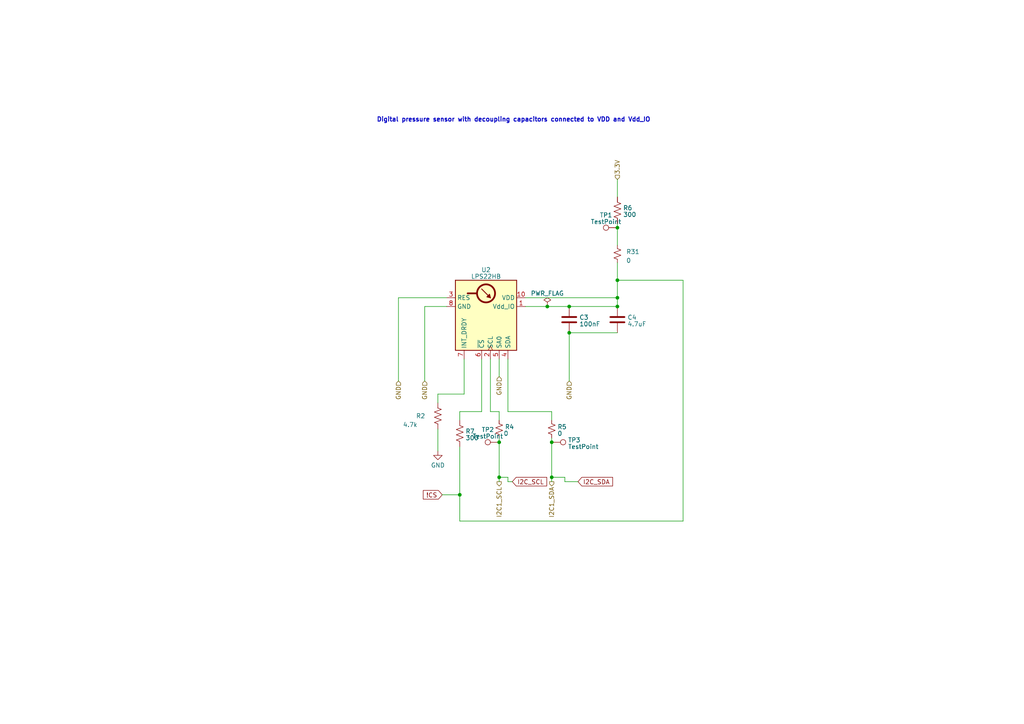
<source format=kicad_sch>
(kicad_sch (version 20230121) (generator eeschema)
  (paper "A4")
  (title_block (title "Pressure Sensor") (date "2023-04-13") (rev "v0.21") (company "University of Cape Town") (comment 4 "Author: Joachim Gengan"))
  (lib_symbols
    (symbol "Connector:TestPoint" (pin_numbers hide) (pin_names (offset 0.762) hide)
      (property "Reference" "TP" (at 0 6.858 0))
      (property "Value" "TestPoint" (at 0 5.08 0))
      (symbol "TestPoint_0_1"
        (circle (center 0 3.302) (radius 0.762))
      )
      (symbol "TestPoint_1_1"
        (pin passive line (at 0 0 90) (length 2.54) (name "1") (number "1"))
      )
    )
    (symbol "Device:C" (pin_numbers hide) (pin_names (offset 0.254))
      (property "Reference" "C" (at 0.635 2.54 0))
      (property "Value" "C" (at 0.635 -2.54 0))
      (symbol "C_0_1"
        (polyline (pts (xy -2.032 -0.762) (xy 2.032 -0.762)) (stroke (width 0.508)))
        (polyline (pts (xy -2.032 0.762) (xy 2.032 0.762)) (stroke (width 0.508)))
      )
      (symbol "C_1_1"
        (pin passive line (at 0 3.81 270) (length 2.794) (name "~") (number "1"))
        (pin passive line (at 0 -3.81 90) (length 2.794) (name "~") (number "2"))
      )
    )
    (symbol "Device:R_Small_US" (pin_numbers hide) (pin_names (offset 0.254) hide)
      (property "Reference" "R" (at 0.762 0.508 0))
      (property "Value" "R_Small_US" (at 0.762 -1.016 0))
      (symbol "R_Small_US_1_1"
        (polyline (pts (xy 0 0) (xy 1.016 -0.381) (xy 0 -0.762) (xy -1.016 -1.143) (xy 0 -1.524)))
        (polyline (pts (xy 0 1.524) (xy 1.016 1.143) (xy 0 0.762) (xy -1.016 0.381) (xy 0 0)))
        (pin passive line (at 0 2.54 270) (length 1.016) (name "~") (number "1"))
        (pin passive line (at 0 -2.54 90) (length 1.016) (name "~") (number "2"))
      )
    )
    (symbol "Device:R_US" (pin_numbers hide) (pin_names (offset 0))
      (property "Reference" "R" (at 2.54 0 90))
      (property "Value" "R_US" (at -2.54 0 90))
      (symbol "R_US_0_1"
        (polyline (pts (xy 0 -2.286) (xy 0 -2.54)))
        (polyline (pts (xy 0 2.286) (xy 0 2.54)))
        (polyline (pts (xy 0 -0.762) (xy 1.016 -1.143) (xy 0 -1.524) (xy -1.016 -1.905) (xy 0 -2.286)))
        (polyline (pts (xy 0 0.762) (xy 1.016 0.381) (xy 0 0) (xy -1.016 -0.381) (xy 0 -0.762)))
        (polyline (pts (xy 0 2.286) (xy 1.016 1.905) (xy 0 1.524) (xy -1.016 1.143) (xy 0 0.762)))
      )
      (symbol "R_US_1_1"
        (pin passive line (at 0 3.81 270) (length 1.27) (name "~") (number "1"))
        (pin passive line (at 0 -3.81 90) (length 1.27) (name "~") (number "2"))
      )
    )
    (symbol "Sensor_Pressure:LPS22HB"
      (property "Reference" "U" (at -11.43 1.27 0))
      (property "Value" "LPS22HB" (at -11.43 -1.27 0))
      (symbol "LPS22HB_0_1"
        (rectangle (start -10.16 10.16) (end 10.16 -7.62) (stroke (width 0.254)) (fill (type background)))
        (circle (center -6.35 1.27) (radius 2.6162) (stroke (width 0.508)))
        (polyline (pts (xy -7.62 0) (xy -5.08 2.54)) (stroke (width 0.254)))
        (polyline (pts (xy -6.35 -1.524) (xy -6.35 -4.064)) (stroke (width 0.508)))
        (polyline (pts (xy -5.08 2.54) (xy -5.334 1.524) (xy -6.096 2.286) (xy -5.08 2.54)) (stroke (width 0.254)) (fill (type outline)))
      )
      (symbol "LPS22HB_1_1"
        (pin power_in line (at -2.54 12.7 270) (length 2.54) (name "Vdd_IO") (number "1"))
        (pin power_in line (at -5.08 12.7 270) (length 2.54) (name "VDD") (number "10"))
        (pin input clock (at 12.7 2.54 180) (length 2.54) (name "SCL") (number "2"))
        (pin passive line (at -5.08 -10.16 90) (length 2.54) (name "RES") (number "3"))
        (pin bidirectional line (at 12.7 7.62 180) (length 2.54) (name "SDA") (number "4"))
        (pin input line (at 12.7 5.08 180) (length 2.54) (name "SA0") (number "5"))
        (pin input line (at 12.7 0 180) (length 2.54) (name "~{CS}") (number "6"))
        (pin output line (at 12.7 -5.08 180) (length 2.54) (name "INT_DRDY") (number "7"))
        (pin power_in line (at -2.54 -10.16 90) (length 2.54) (name "GND") (number "8"))
        (pin passive line (at -2.54 -10.16 90) (length 2.54) hide (name "GND") (number "9"))
      )
    )
    (symbol "power:GND" (power) (pin_names (offset 0))
      (property "Value" "GND" (at 0 -3.81 0))
      (symbol "GND_0_1"
        (polyline (pts (xy 0 0) (xy 0 -1.27) (xy 1.27 -1.27) (xy 0 -2.54) (xy -1.27 -1.27) (xy 0 -1.27)))
      )
      (symbol "GND_1_1"
        (pin power_in line (at 0 0 270) (length 0) hide (name "GND") (number "1"))
      )
    )
    (symbol "power:PWR_FLAG" (power) (pin_numbers hide) (pin_names (offset 0) hide)
      (property "Value" "PWR_FLAG" (at 0 3.81 0))
      (symbol "PWR_FLAG_0_0"
        (pin power_out line (at 0 0 90) (length 0) (name "pwr") (number "1"))
      )
      (symbol "PWR_FLAG_0_1"
        (polyline (pts (xy 0 0) (xy 0 1.27) (xy -1.016 1.905) (xy 0 2.54) (xy 1.016 1.905) (xy 0 1.27)))
      )
    )
  )
  (junction (at 160.02 138.43))
  (junction (at 165.1 88.9))
  (junction (at 144.78 128.27))
  (junction (at 133.35 143.51))
  (junction (at 179.07 88.9))
  (junction (at 179.07 66.04))
  (junction (at 144.78 138.43))
  (junction (at 179.07 86.36))
  (junction (at 158.75 88.9))
  (junction (at 179.07 81.28))
  (junction (at 160.02 128.27))
  (junction (at 165.1 96.52))
  (wire (pts (xy 165.1 96.52) (xy 165.1 110.49)))
  (wire (pts (xy 129.54 88.9) (xy 123.19 88.9)))
  (wire (pts (xy 198.12 81.28) (xy 198.12 151.13)))
  (wire (pts (xy 152.4 88.9) (xy 158.75 88.9)))
  (wire (pts (xy 127 124.46) (xy 127 130.81)))
  (wire (pts (xy 160.02 127) (xy 160.02 128.27)))
  (wire (pts (xy 128.27 143.51) (xy 133.35 143.51)))
  (wire (pts (xy 123.19 88.9) (xy 123.19 110.49)))
  (wire (pts (xy 179.07 66.04) (xy 179.07 71.12)))
  (wire (pts (xy 179.07 52.07) (xy 179.07 57.15)))
  (wire (pts (xy 147.32 104.14) (xy 147.32 119.38)))
  (wire (pts (xy 133.35 119.38) (xy 139.7 119.38)))
  (wire (pts (xy 165.1 88.9) (xy 179.07 88.9)))
  (wire (pts (xy 144.78 138.43) (xy 147.32 138.43)))
  (wire (pts (xy 139.7 104.14) (xy 139.7 119.38)))
  (wire (pts (xy 152.4 86.36) (xy 179.07 86.36)))
  (wire (pts (xy 158.75 88.9) (xy 165.1 88.9)))
  (wire (pts (xy 160.02 138.43) (xy 163.83 138.43)))
  (wire (pts (xy 133.35 129.54) (xy 133.35 143.51)))
  (wire (pts (xy 133.35 143.51) (xy 133.35 151.13)))
  (wire (pts (xy 129.54 86.36) (xy 115.57 86.36)))
  (wire (pts (xy 144.78 127) (xy 144.78 128.27)))
  (wire (pts (xy 179.07 76.2) (xy 179.07 81.28)))
  (wire (pts (xy 179.07 81.28) (xy 198.12 81.28)))
  (wire (pts (xy 160.02 128.27) (xy 160.02 138.43)))
  (wire (pts (xy 147.32 139.7) (xy 148.59 139.7)))
  (wire (pts (xy 133.35 151.13) (xy 198.12 151.13)))
  (wire (pts (xy 127 114.3) (xy 134.62 114.3)))
  (wire (pts (xy 147.32 119.38) (xy 160.02 119.38)))
  (wire (pts (xy 115.57 86.36) (xy 115.57 110.49)))
  (wire (pts (xy 144.78 138.43) (xy 144.78 139.7)))
  (wire (pts (xy 144.78 128.27) (xy 144.78 138.43)))
  (wire (pts (xy 144.78 104.14) (xy 144.78 109.22)))
  (wire (pts (xy 142.24 104.14) (xy 142.24 119.38)))
  (wire (pts (xy 127 116.84) (xy 127 114.3)))
  (wire (pts (xy 133.35 119.38) (xy 133.35 121.92)))
  (wire (pts (xy 134.62 104.14) (xy 134.62 114.3)))
  (wire (pts (xy 179.07 81.28) (xy 179.07 86.36)))
  (wire (pts (xy 147.32 138.43) (xy 147.32 139.7)))
  (wire (pts (xy 163.83 139.7) (xy 167.64 139.7)))
  (wire (pts (xy 160.02 119.38) (xy 160.02 121.92)))
  (wire (pts (xy 179.07 64.77) (xy 179.07 66.04)))
  (wire (pts (xy 144.78 119.38) (xy 144.78 121.92)))
  (wire (pts (xy 165.1 96.52) (xy 179.07 96.52)))
  (wire (pts (xy 142.24 119.38) (xy 144.78 119.38)))
  (wire (pts (xy 179.07 86.36) (xy 179.07 88.9)))
  (wire (pts (xy 163.83 138.43) (xy 163.83 139.7)))
  (wire (pts (xy 160.02 138.43) (xy 160.02 139.7)))
  (text "Digital pressure sensor with decoupling capacitors connected to VDD and Vdd_IO\n" (at 109.22 35.56 0) (effects (font (size 1.27 1.27) (thickness 0.254) bold) (justify left bottom)))
  (global_label "!CS" (shape input) (at 128.27 143.51 180) (property "Intersheetrefs" "${INTERSHEET_REFS}" (effects hide)))
  (global_label "I2C_SCL" (shape input) (at 148.59 139.7 0) (property "Intersheetrefs" "${INTERSHEET_REFS}" (effects hide)))
  (global_label "I2C_SDA" (shape input) (at 167.64 139.7 0) (property "Intersheetrefs" "${INTERSHEET_REFS}" (effects hide)))
  (hierarchical_label "GND" (shape input) (at 144.78 109.22 270))
  (hierarchical_label "I2C1_SDA" (shape output) (at 160.02 139.7 270))
  (hierarchical_label "GND" (shape input) (at 115.57 110.49 270))
  (hierarchical_label "GND" (shape input) (at 123.19 110.49 270))
  (hierarchical_label "3.3V" (shape input) (at 179.07 52.07 90))
  (hierarchical_label "GND" (shape input) (at 165.1 110.49 270))
  (hierarchical_label "I2C1_SCL" (shape output) (at 144.78 139.7 270))
  (symbol (lib_id "Device:C") (at 179.07 92.71 0) (unit 1)
    (property "Reference" "C4" (at 181.991 92.0663 0) (effects (justify left)))
    (property "Value" "4.7uF" (at 181.991 93.9873 0) (effects (justify left)))
    (property "Footprint" "Capacitor_SMD:C_1206_3216Metric" (effects hide))
    (property "Cost Per unit" "U$0.0339" (effects hide))
    (property "JLC Part Number" "C29823" (effects hide))
    (property "Component Name" "Capacitor" (effects hide))
    (property "Cost per Board" "U$0.0339" (effects hide))
    (property "Five Board Cost" "U$0.1695" (effects hide))
    (property "LCSC" "C29823" (effects hide))
  )
  (symbol (lib_id "Device:R_Small_US") (at 144.78 124.46 0) (unit 1)
    (property "Reference" "R4" (at 146.431 123.8163 0) (effects (justify left)))
    (property "Value" "0" (at 146.05 125.73 0) (effects (justify left)))
    (property "Footprint" "Resistor_SMD:R_1206_3216Metric" (effects hide))
    (property "Cost Per unit" "U$0.0030" (effects hide))
    (property "JLC Part Number" "NA" (effects hide))
    (property "Component Name" "Resistor" (effects hide))
    (property "Cost per Board" "U$0.021" (effects hide))
    (property "Five Board Cost" "U$0.105" (effects hide))
    (property "LCSC" "C17888" (effects hide))
  )
  (symbol (lib_id "Device:R_Small_US") (at 160.02 124.46 0) (unit 1)
    (property "Reference" "R5" (at 161.671 123.8163 0) (effects (justify left)))
    (property "Value" "0" (at 161.671 125.7373 0) (effects (justify left)))
    (property "Footprint" "Resistor_SMD:R_1206_3216Metric" (effects hide))
    (property "Cost Per unit" "U$0.0030" (effects hide))
    (property "JLC Part Number" "NA" (effects hide))
    (property "Component Name" "Resistor" (effects hide))
    (property "Cost per Board" "U$0.021" (effects hide))
    (property "Five Board Cost" "U$0.105" (effects hide))
    (property "LCSC" "C17888" (effects hide))
  )
  (symbol (lib_id "Device:C") (at 165.1 92.71 0) (unit 1)
    (property "Reference" "C3" (at 168.021 92.0663 0) (effects (justify left)))
    (property "Value" "100nF" (at 168.021 93.9873 0) (effects (justify left)))
    (property "Footprint" "Capacitor_SMD:C_1206_3216Metric" (effects hide))
    (property "Cost Per unit" "U$0.0138" (effects hide))
    (property "JLC Part Number" "C24497" (effects hide))
    (property "Component Name" "Capacitor" (effects hide))
    (property "Cost per Board" "U$0.0138" (effects hide))
    (property "Five Board Cost" "U$0.069" (effects hide))
    (property "LCSC" "C24497" (effects hide))
  )
  (symbol (lib_id "Connector:TestPoint") (at 179.07 66.04 90) (unit 1)
    (property "Reference" "TP1" (at 175.768 62.3951 90))
    (property "Value" "TestPoint" (at 175.768 64.3161 90))
    (property "Footprint" "TestPoint:TestPoint_Pad_D1.5mm" (effects hide))
  )
  (symbol (lib_id "Connector:TestPoint") (at 160.02 128.27 270) (unit 1)
    (property "Reference" "TP3" (at 164.719 127.6263 90) (effects (justify left)))
    (property "Value" "TestPoint" (at 164.719 129.5473 90) (effects (justify left)))
    (property "Footprint" "TestPoint:TestPoint_Pad_D1.5mm" (effects hide))
  )
  (symbol (lib_id "power:GND") (at 127 130.81 0) (unit 1)
    (property "Reference" "#PWR05" (effects hide))
    (property "Value" "GND" (at 127 134.9455 0))
  )
  (symbol (lib_id "Device:R_Small_US") (at 179.07 73.66 0) (unit 1)
    (property "Reference" "R31" (at 181.61 73.025 0) (effects (justify left)))
    (property "Value" "0" (at 181.61 75.565 0) (effects (justify left)))
    (property "Footprint" "Resistor_SMD:R_1206_3216Metric" (effects hide))
    (property "Component Name" "Resistor" (effects hide))
    (property "Cost Per unit" "U$0.0030" (effects hide))
    (property "Cost per Board" "U$0.021" (effects hide))
    (property "Five Board Cost" "U$0.105" (effects hide))
    (property "LCSC" "C17888" (effects hide))
  )
  (symbol (lib_id "Device:R_US") (at 179.07 60.96 0) (unit 1)
    (property "Reference" "R6" (at 180.721 60.3163 0) (effects (justify left)))
    (property "Value" "300" (at 180.721 62.2373 0) (effects (justify left)))
    (property "Footprint" "Resistor_SMD:R_1206_3216Metric" (effects hide))
    (property "Cost Per unit" "U$0.0030" (effects hide))
    (property "JLC Part Number" "C17887" (effects hide))
    (property "Component Name" "Resistor" (effects hide))
    (property "Cost per Board" "U$0.009" (effects hide))
    (property "Five Board Cost" "U$0.045" (effects hide))
    (property "LCSC" "C17887" (effects hide))
  )
  (symbol (lib_id "Device:R_US") (at 133.35 125.73 0) (unit 1)
    (property "Reference" "R7" (at 135.001 125.0863 0) (effects (justify left)))
    (property "Value" "300" (at 135.001 127.0073 0) (effects (justify left)))
    (property "Footprint" "Resistor_SMD:R_1206_3216Metric" (effects hide))
    (property "Cost Per unit" "U$0.0030" (effects hide))
    (property "JLC Part Number" "C17887" (effects hide))
    (property "Component Name" "Resistor" (effects hide))
    (property "Cost per Board" "U$0.009" (effects hide))
    (property "Five Board Cost" "U$0.045" (effects hide))
    (property "LCSC" "C17887" (effects hide))
  )
  (symbol (lib_id "Device:R_US") (at 127 120.65 0) (unit 1)
    (property "Reference" "R2" (at 120.65 120.65 0) (effects (justify left)))
    (property "Value" "4.7k" (at 116.84 123.19 0) (effects (justify left)))
    (property "Footprint" "Resistor_SMD:R_1206_3216Metric" (effects hide))
    (property "Cost Per unit" "U$0.0029" (effects hide))
    (property "JLC Part Number" "NA" (effects hide))
    (property "Component Name" "Resistor" (effects hide))
    (property "Cost per Board" "U$0.0029" (effects hide))
    (property "Five Board Cost" "U$0.0145" (effects hide))
    (property "LCSC" "C17936" (effects hide))
  )
  (symbol (lib_id "power:PWR_FLAG") (at 158.75 88.9 0) (unit 1)
    (property "Reference" "#FLG05" (effects hide))
    (property "Value" "PWR_FLAG" (at 158.75 85.09 0))
  )
  (symbol (lib_id "Connector:TestPoint") (at 144.78 128.27 90) (unit 1)
    (property "Reference" "TP2" (at 141.478 124.6251 90))
    (property "Value" "TestPoint" (at 141.478 126.5461 90))
    (property "Footprint" "TestPoint:TestPoint_Pad_D1.5mm" (effects hide))
  )
  (symbol (lib_id "Sensor_Pressure:LPS22HB") (at 139.7 91.44 270) (unit 1)
    (property "Reference" "U2" (at 140.97 78.2701 90))
    (property "Value" "LPS22HB" (at 140.97 80.1911 90))
    (property "Footprint" "Package_LGA:ST_HLGA-10_2.5x2.5mm_P0.6mm_LayoutBorder3x2y" (effects hide))
    (property "Datasheet" "https://www.st.com/resource/en/datasheet/lps22hb.pdf" (effects hide))
    (property "Cost Per unit" "US$1.4559" (effects hide))
    (property "JLC Part Number" "C94049" (effects hide))
    (property "Component Name" "Pressure Sensor" (effects hide))
    (property "Cost per Board" "US$1.4559" (effects hide))
    (property "Five Board Cost" "US$7.2795" (effects hide))
    (property "LCSC" "C94049" (effects hide))
  )
)
</source>
